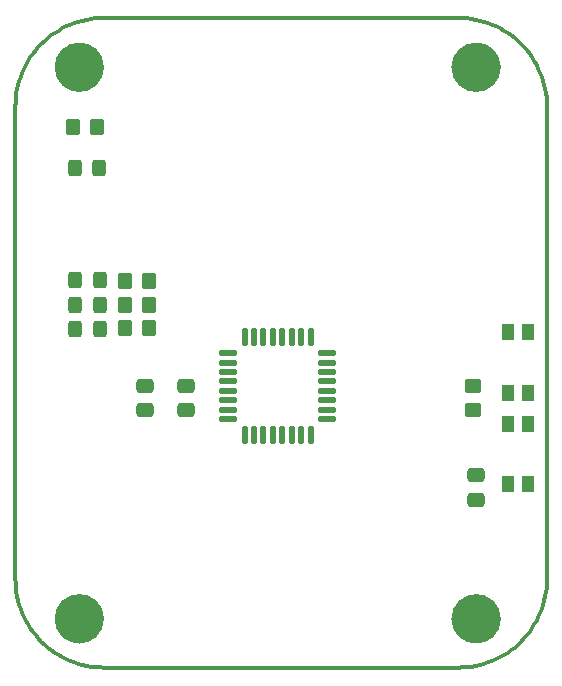
<source format=gbr>
%TF.GenerationSoftware,KiCad,Pcbnew,6.0.10+dfsg-1~bpo11+1*%
%TF.CreationDate,2023-01-30T12:17:40-06:00*%
%TF.ProjectId,Pedals,50656461-6c73-42e6-9b69-6361645f7063,rev?*%
%TF.SameCoordinates,Original*%
%TF.FileFunction,Paste,Top*%
%TF.FilePolarity,Positive*%
%FSLAX46Y46*%
G04 Gerber Fmt 4.6, Leading zero omitted, Abs format (unit mm)*
G04 Created by KiCad (PCBNEW 6.0.10+dfsg-1~bpo11+1) date 2023-01-30 12:17:40*
%MOMM*%
%LPD*%
G01*
G04 APERTURE LIST*
G04 Aperture macros list*
%AMRoundRect*
0 Rectangle with rounded corners*
0 $1 Rounding radius*
0 $2 $3 $4 $5 $6 $7 $8 $9 X,Y pos of 4 corners*
0 Add a 4 corners polygon primitive as box body*
4,1,4,$2,$3,$4,$5,$6,$7,$8,$9,$2,$3,0*
0 Add four circle primitives for the rounded corners*
1,1,$1+$1,$2,$3*
1,1,$1+$1,$4,$5*
1,1,$1+$1,$6,$7*
1,1,$1+$1,$8,$9*
0 Add four rect primitives between the rounded corners*
20,1,$1+$1,$2,$3,$4,$5,0*
20,1,$1+$1,$4,$5,$6,$7,0*
20,1,$1+$1,$6,$7,$8,$9,0*
20,1,$1+$1,$8,$9,$2,$3,0*%
G04 Aperture macros list end*
%TA.AperFunction,Profile*%
%ADD10C,0.349999*%
%TD*%
%TA.AperFunction,Profile*%
%ADD11C,2.075000*%
%TD*%
%ADD12RoundRect,0.250000X0.475000X-0.337500X0.475000X0.337500X-0.475000X0.337500X-0.475000X-0.337500X0*%
%ADD13RoundRect,0.250000X-0.325000X-0.450000X0.325000X-0.450000X0.325000X0.450000X-0.325000X0.450000X0*%
%ADD14RoundRect,0.250000X0.450000X-0.350000X0.450000X0.350000X-0.450000X0.350000X-0.450000X-0.350000X0*%
%ADD15RoundRect,0.250000X0.350000X0.450000X-0.350000X0.450000X-0.350000X-0.450000X0.350000X-0.450000X0*%
%ADD16R,1.000000X1.450000*%
%ADD17RoundRect,0.125000X-0.625000X-0.125000X0.625000X-0.125000X0.625000X0.125000X-0.625000X0.125000X0*%
%ADD18RoundRect,0.125000X-0.125000X-0.625000X0.125000X-0.625000X0.125000X0.625000X-0.125000X0.625000X0*%
%ADD19RoundRect,0.250000X-0.475000X0.337500X-0.475000X-0.337500X0.475000X-0.337500X0.475000X0.337500X0*%
%ADD20RoundRect,0.250000X0.325000X0.450000X-0.325000X0.450000X-0.325000X-0.450000X0.325000X-0.450000X0*%
G04 APERTURE END LIST*
D10*
X125183550Y-75797418D02*
X125363960Y-75478420D01*
X166262042Y-73300778D02*
X166553182Y-73527581D01*
X124624190Y-121510361D02*
X124526193Y-121157226D01*
X124336701Y-78587814D02*
X124382194Y-78221573D01*
X161799997Y-71829097D02*
X162171901Y-71838314D01*
X129971872Y-126602905D02*
X129618736Y-126504908D01*
X131058717Y-71865797D02*
X131428097Y-71838314D01*
X169299997Y-79329097D02*
X169299997Y-119329097D01*
X168416448Y-75797418D02*
X168580885Y-76124473D01*
X126766193Y-124888857D02*
X126496700Y-124632400D01*
X129971872Y-72055289D02*
X130329990Y-71974539D01*
X167359757Y-74295289D02*
X167601514Y-74575913D01*
X163270007Y-71974539D02*
X163628126Y-72055289D01*
X169290780Y-119701000D02*
X169263297Y-120070380D01*
X163981261Y-126504908D02*
X163628126Y-126602905D01*
X124382194Y-78221573D02*
X124445443Y-77859086D01*
X131800000Y-126829097D02*
X131428097Y-126819879D01*
X127337956Y-73300778D02*
X127638996Y-73089185D01*
X131428097Y-126819879D02*
X131058717Y-126792397D01*
X126240242Y-74295289D02*
X126496700Y-74025796D01*
X165650675Y-125765138D02*
X165331676Y-125945548D01*
X169154555Y-120799107D02*
X169073805Y-121157226D01*
X168580885Y-76124473D02*
X168729094Y-76458971D01*
X124870904Y-76458971D02*
X125019113Y-76124473D01*
X166553182Y-73527581D02*
X166833806Y-73769338D01*
X163628126Y-72055289D02*
X163981261Y-72153286D01*
X127949323Y-72893056D02*
X128268322Y-72712646D01*
X168860820Y-121857898D02*
X168729094Y-122199223D01*
X125363960Y-123179774D02*
X125183550Y-122860776D01*
X167601514Y-124082282D02*
X167359757Y-124362906D01*
X129618736Y-126504908D02*
X129271199Y-126389919D01*
X124336701Y-120070380D02*
X124309218Y-119701000D01*
X130692477Y-71911290D02*
X131058717Y-71865797D01*
X161799997Y-126829097D02*
X131800000Y-126829097D01*
X125998484Y-124082282D02*
X125771682Y-123791142D01*
X169073805Y-77500968D02*
X169154555Y-77859086D01*
X163628126Y-126602905D02*
X163270007Y-126683655D01*
X168975808Y-77147833D02*
X169073805Y-77500968D01*
X164328798Y-126389919D02*
X163981261Y-126504908D01*
X127337956Y-125357417D02*
X127046816Y-125130614D01*
X124309218Y-119701000D02*
X124300001Y-119329097D01*
D11*
X130737500Y-76000000D02*
G75*
G03*
X130737500Y-76000000I-1037500J0D01*
G01*
D10*
X161799997Y-71829097D02*
X161799997Y-71829097D01*
X129618736Y-72153286D02*
X129971872Y-72055289D01*
X125771682Y-123791142D02*
X125560089Y-123490101D01*
X124300001Y-79329097D02*
X124309218Y-78957193D01*
X127046816Y-125130614D02*
X126766193Y-124888857D01*
X124739178Y-76800295D02*
X124870904Y-76458971D01*
X126496700Y-124632400D02*
X126240242Y-124362906D01*
X166553182Y-125130614D02*
X166262042Y-125357417D01*
X165650675Y-72893056D02*
X165961002Y-73089185D01*
X169263297Y-120070380D02*
X169217804Y-120436620D01*
X127638996Y-125569009D02*
X127337956Y-125357417D01*
X130329990Y-126683655D02*
X129971872Y-126602905D01*
X124739178Y-121857898D02*
X124624190Y-121510361D01*
X128595377Y-72548209D02*
X128929874Y-72400000D01*
X167103300Y-74025796D02*
X167359757Y-74295289D01*
X162541280Y-71865797D02*
X162907520Y-71911290D01*
X162171901Y-71838314D02*
X162541280Y-71865797D01*
X166833806Y-73769338D02*
X167103300Y-74025796D01*
X162907520Y-71911290D02*
X163270007Y-71974539D01*
X131058717Y-126792397D02*
X130692477Y-126746904D01*
X124382194Y-120436620D02*
X124336701Y-120070380D01*
X168729094Y-122199223D02*
X168580885Y-122533720D01*
X165961002Y-73089185D02*
X166262042Y-73300778D01*
X125560089Y-123490101D02*
X125363960Y-123179774D01*
X165004621Y-72548209D02*
X165331676Y-72712646D01*
X168729094Y-76458971D02*
X168860820Y-76800295D01*
X168416448Y-122860776D02*
X168236038Y-123179774D01*
X164670123Y-72400000D02*
X165004621Y-72548209D01*
X163981261Y-72153286D02*
X164328798Y-72268274D01*
X165331676Y-72712646D02*
X165650675Y-72893056D01*
X126766193Y-73769338D02*
X127046816Y-73527581D01*
X129271199Y-72268274D02*
X129618736Y-72153286D01*
X165331676Y-125945548D02*
X165004621Y-126109985D01*
X169299997Y-119329097D02*
X169290780Y-119701000D01*
X126240242Y-124362906D02*
X125998484Y-124082282D01*
X131800000Y-71829097D02*
X161799997Y-71829097D01*
X126496700Y-74025796D02*
X126766193Y-73769338D01*
X169073805Y-121157226D02*
X168975808Y-121510361D01*
X166262042Y-125357417D02*
X165961002Y-125569009D01*
D11*
X164337500Y-76000000D02*
G75*
G03*
X164337500Y-76000000I-1037500J0D01*
G01*
D10*
X168236038Y-123179774D02*
X168039910Y-123490101D01*
X169154555Y-77859086D02*
X169217804Y-78221573D01*
X169217804Y-120436620D02*
X169154555Y-120799107D01*
X129271199Y-126389919D02*
X128929874Y-126258193D01*
X167828317Y-123791142D02*
X167601514Y-124082282D01*
X124445443Y-77859086D02*
X124526193Y-77500968D01*
X128268322Y-125945548D02*
X127949323Y-125765138D01*
X165004621Y-126109985D02*
X164670123Y-126258193D01*
X168236038Y-75478420D02*
X168416448Y-75797418D01*
X130329990Y-71974539D02*
X130692477Y-71911290D01*
X126496700Y-124632400D02*
X126496700Y-124632400D01*
X124526193Y-77500968D02*
X124624190Y-77147833D01*
X168975808Y-121510361D02*
X168860820Y-121857898D01*
X124526193Y-121157226D02*
X124445443Y-120799107D01*
X169290780Y-78957193D02*
X169299997Y-79329097D01*
X131428097Y-71838314D02*
X131800000Y-71829097D01*
X127046816Y-73527581D02*
X127337956Y-73300778D01*
X131800000Y-71829097D02*
X131800000Y-71829097D01*
X166833806Y-124888857D02*
X166553182Y-125130614D01*
X125183550Y-122860776D02*
X125019113Y-122533720D01*
X162541280Y-126792397D02*
X162171901Y-126819879D01*
X125771682Y-74867052D02*
X125998484Y-74575913D01*
X127638996Y-73089185D02*
X127949323Y-72893056D01*
X128929874Y-126258193D02*
X128595377Y-126109985D01*
X168039910Y-75168093D02*
X168236038Y-75478420D01*
X169299997Y-79329097D02*
X169299997Y-79329097D01*
X130692477Y-126746904D02*
X130329990Y-126683655D01*
X163270007Y-126683655D02*
X162907520Y-126746904D01*
X161799997Y-126829097D02*
X161799997Y-126829097D01*
D11*
X130737500Y-122700000D02*
G75*
G03*
X130737500Y-122700000I-1037500J0D01*
G01*
D10*
X167359757Y-124362906D02*
X167103300Y-124632400D01*
X124624190Y-77147833D02*
X124739178Y-76800295D01*
X125560089Y-75168093D02*
X125771682Y-74867052D01*
X125998484Y-74575913D02*
X126240242Y-74295289D01*
X167828317Y-74867052D02*
X168039910Y-75168093D01*
X165961002Y-125569009D02*
X165650675Y-125765138D01*
X127949323Y-125765138D02*
X127638996Y-125569009D01*
X125363960Y-75478420D02*
X125560089Y-75168093D01*
X128595377Y-126109985D02*
X128268322Y-125945548D01*
X164670123Y-126258193D02*
X164328798Y-126389919D01*
X131800000Y-126829097D02*
X131800000Y-126829097D01*
X168580885Y-122533720D02*
X168416448Y-122860776D01*
X124445443Y-120799107D02*
X124382194Y-120436620D01*
X167103300Y-74025796D02*
X167103300Y-74025796D01*
X128268322Y-72712646D02*
X128595377Y-72548209D01*
D11*
X164337500Y-122700000D02*
G75*
G03*
X164337500Y-122700000I-1037500J0D01*
G01*
D10*
X169263297Y-78587814D02*
X169290780Y-78957193D01*
X169299997Y-119329097D02*
X169299997Y-119329097D01*
X168039910Y-123490101D02*
X167828317Y-123791142D01*
X162907520Y-126746904D02*
X162541280Y-126792397D01*
X124300001Y-79329097D02*
X124300001Y-79329097D01*
X124309218Y-78957193D02*
X124336701Y-78587814D01*
X168860820Y-76800295D02*
X168975808Y-77147833D01*
X125019113Y-122533720D02*
X124870904Y-122199223D01*
X164328798Y-72268274D02*
X164670123Y-72400000D01*
X128929874Y-72400000D02*
X129271199Y-72268274D01*
X126496700Y-74025796D02*
X126496700Y-74025796D01*
X162171901Y-126819879D02*
X161799997Y-126829097D01*
X124870904Y-122199223D02*
X124739178Y-121857898D01*
X124300001Y-119329097D02*
X124300001Y-79329097D01*
X167103300Y-124632400D02*
X166833806Y-124888857D01*
X167601514Y-74575913D02*
X167828317Y-74867052D01*
X167103300Y-124632400D02*
X167103300Y-124632400D01*
X169217804Y-78221573D02*
X169263297Y-78587814D01*
X125019113Y-76124473D02*
X125183550Y-75797418D01*
D12*
%TO.C,C2*%
X135250000Y-105037500D03*
X135250000Y-102962500D03*
%TD*%
D13*
%TO.C,ID1*%
X129375000Y-96100000D03*
X131425000Y-96100000D03*
%TD*%
D14*
%TO.C,R1*%
X163000000Y-105030000D03*
X163000000Y-103030000D03*
%TD*%
D15*
%TO.C,R2*%
X135600000Y-96100000D03*
X133600000Y-96100000D03*
%TD*%
D16*
%TO.C,RST1*%
X167700000Y-111325000D03*
X167700000Y-106175000D03*
X166000000Y-106175000D03*
X166000000Y-111325000D03*
%TD*%
D15*
%TO.C,R4*%
X135600000Y-94100000D03*
X133600000Y-94100000D03*
%TD*%
D12*
%TO.C,C1*%
X138750000Y-105037500D03*
X138750000Y-102962500D03*
%TD*%
D13*
%TO.C,ID2*%
X129375000Y-98200000D03*
X131425000Y-98200000D03*
%TD*%
D16*
%TO.C,BOOT1*%
X167700000Y-103575000D03*
X167700000Y-98425000D03*
X166000000Y-103575000D03*
X166000000Y-98425000D03*
%TD*%
D15*
%TO.C,R5*%
X131200000Y-81100000D03*
X129200000Y-81100000D03*
%TD*%
D17*
%TO.C,U1*%
X142325000Y-100200000D03*
X142325000Y-101000000D03*
X142325000Y-101800000D03*
X142325000Y-102600000D03*
X142325000Y-103400000D03*
X142325000Y-104200000D03*
X142325000Y-105000000D03*
X142325000Y-105800000D03*
D18*
X143700000Y-107175000D03*
X144500000Y-107175000D03*
X145300000Y-107175000D03*
X146100000Y-107175000D03*
X146900000Y-107175000D03*
X147700000Y-107175000D03*
X148500000Y-107175000D03*
X149300000Y-107175000D03*
D17*
X150675000Y-105800000D03*
X150675000Y-105000000D03*
X150675000Y-104200000D03*
X150675000Y-103400000D03*
X150675000Y-102600000D03*
X150675000Y-101800000D03*
X150675000Y-101000000D03*
X150675000Y-100200000D03*
D18*
X149300000Y-98825000D03*
X148500000Y-98825000D03*
X147700000Y-98825000D03*
X146900000Y-98825000D03*
X146100000Y-98825000D03*
X145300000Y-98825000D03*
X144500000Y-98825000D03*
X143700000Y-98825000D03*
%TD*%
D19*
%TO.C,C3*%
X163300000Y-110562500D03*
X163300000Y-112637500D03*
%TD*%
D13*
%TO.C,ID3*%
X129375000Y-94000000D03*
X131425000Y-94000000D03*
%TD*%
D15*
%TO.C,R3*%
X135600000Y-98100000D03*
X133600000Y-98100000D03*
%TD*%
D20*
%TO.C,PWD1*%
X131375000Y-84500000D03*
X129325000Y-84500000D03*
%TD*%
M02*

</source>
